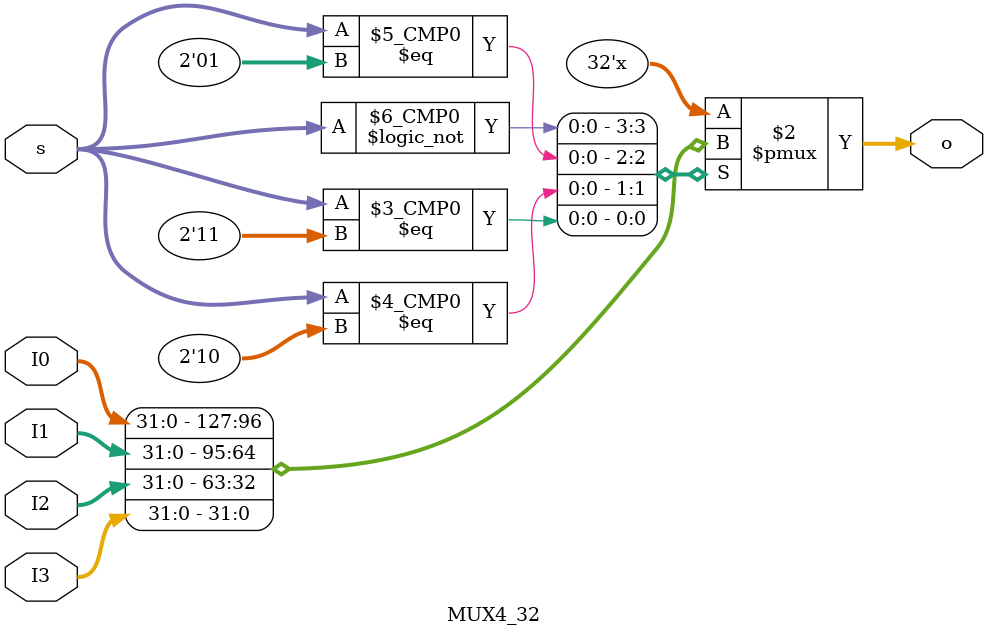
<source format=v>
`timescale 1ns / 1ps
module MUX4_32(
    input wire [1:0]s,
    input wire [31:0]I0,
	 input wire [31:0]I1,	
	 input wire [31:0]I2,
	 input wire [31:0]I3,
    output reg [31:0]o
	);				  
		always@*
			case(s)
				2'b00: o = I0;
				2'b01: o = I1;
				2'b10: o = I2;
				2'b11: o = I3;
			endcase
endmodule

</source>
